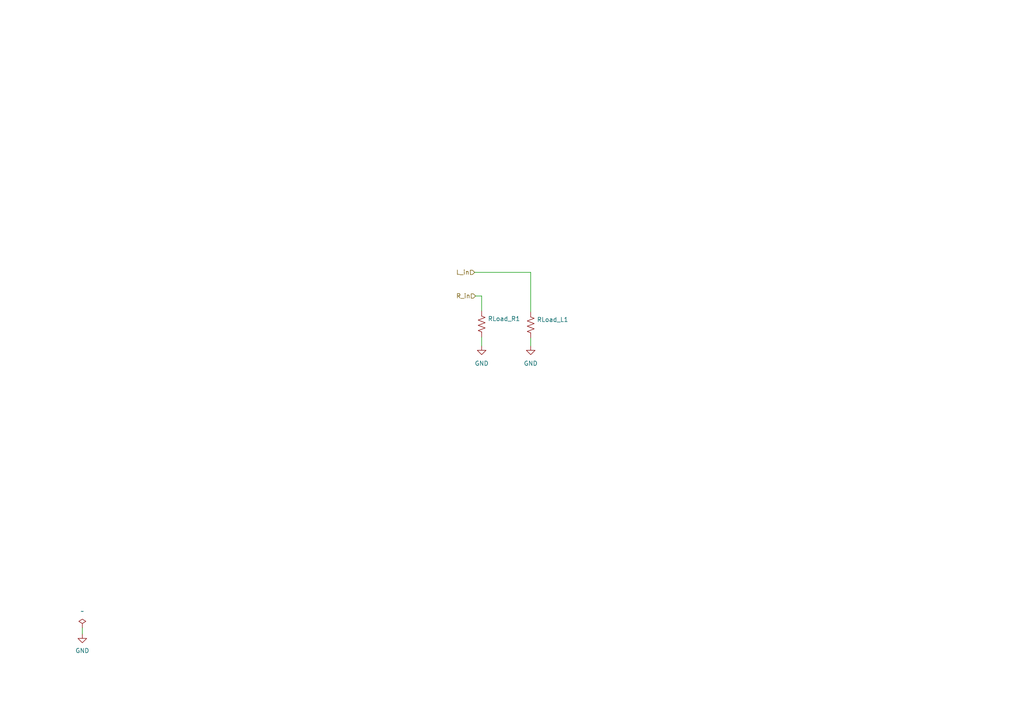
<source format=kicad_sch>
(kicad_sch (version 20211123) (generator eeschema)
  (paper "A4")
  (lib_symbols
    (symbol "Device:R_US" (pin_numbers hide) (pin_names (offset 0))
      (property "Reference" "R" (at 2.54 0 90))
      (property "Value" "R_US" (at -2.54 0 90))
      (symbol "R_US_0_1"
        (polyline (pts (xy 0 -2.286) (xy 0 -2.54)))
        (polyline (pts (xy 0 2.286) (xy 0 2.54)))
        (polyline (pts (xy 0 -0.762) (xy 1.016 -1.143) (xy 0 -1.524) (xy -1.016 -1.905) (xy 0 -2.286)))
        (polyline (pts (xy 0 0.762) (xy 1.016 0.381) (xy 0 0) (xy -1.016 -0.381) (xy 0 -0.762)))
        (polyline (pts (xy 0 2.286) (xy 1.016 1.905) (xy 0 1.524) (xy -1.016 1.143) (xy 0 0.762)))
      )
      (symbol "R_US_1_1"
        (pin passive line (at 0 3.81 270) (length 1.27) (name "~") (number "1"))
        (pin passive line (at 0 -3.81 90) (length 1.27) (name "~") (number "2"))
      )
    )
    (symbol "power:GND" (power) (pin_names (offset 0))
      (property "Value" "GND" (at 0 -3.81 0))
      (symbol "GND_0_1"
        (polyline (pts (xy 0 0) (xy 0 -1.27) (xy 1.27 -1.27) (xy 0 -2.54) (xy -1.27 -1.27) (xy 0 -1.27)))
      )
      (symbol "GND_1_1"
        (pin power_in line (at 0 0 270) (length 0) hide (name "GND") (number "1"))
      )
    )
    (symbol "power:PWR_FLAG" (power) (pin_numbers hide) (pin_names (offset 0) hide)
      (property "Value" "PWR_FLAG" (at 0 3.81 0))
      (symbol "PWR_FLAG_0_0"
        (pin power_out line (at 0 0 90) (length 0) (name "pwr") (number "1"))
      )
      (symbol "PWR_FLAG_0_1"
        (polyline (pts (xy 0 0) (xy 0 1.27) (xy -1.016 1.905) (xy 0 2.54) (xy 1.016 1.905) (xy 0 1.27)))
      )
    )
  )
  (wire (pts (xy 137.922 85.852) (xy 139.7 85.852)))
  (wire (pts (xy 139.7 100.33) (xy 139.7 97.79)))
  (wire (pts (xy 153.924 90.424) (xy 153.924 78.994)))
  (wire (pts (xy 153.924 100.33) (xy 153.924 98.044)))
  (wire (pts (xy 23.876 183.896) (xy 23.876 182.118)))
  (wire (pts (xy 139.7 90.17) (xy 139.7 85.852)))
  (wire (pts (xy 137.668 78.994) (xy 153.924 78.994)))
  (hierarchical_label "L_in" (shape input) (at 137.668 78.994 180))
  (hierarchical_label "R_in" (shape input) (at 137.922 85.852 180))
  (symbol (lib_id "power:PWR_FLAG") (at 23.876 182.118 0) (unit 1)
    (property "Reference" "#FLG0103" (effects hide))
  )
  (symbol (lib_id "Device:R_US") (at 139.7 93.98 180) (unit 1)
    (property "Reference" "RLoad_R1" (at 141.478 92.456 0) (effects (justify right)))
  )
  (symbol (lib_id "power:GND") (at 153.924 100.33 0) (unit 1)
    (property "Reference" "#PWR0107" (effects hide))
  )
  (symbol (lib_id "Device:R_US") (at 153.924 94.234 180) (unit 1)
    (property "Reference" "RLoad_L1" (at 155.702 92.71 0) (effects (justify right)))
  )
  (symbol (lib_id "power:GND") (at 23.876 183.896 0) (unit 1)
    (property "Reference" "#PWR0109" (effects hide))
  )
  (symbol (lib_id "power:GND") (at 139.7 100.33 0) (unit 1)
    (property "Reference" "#PWR0108" (effects hide))
  )
)
</source>
